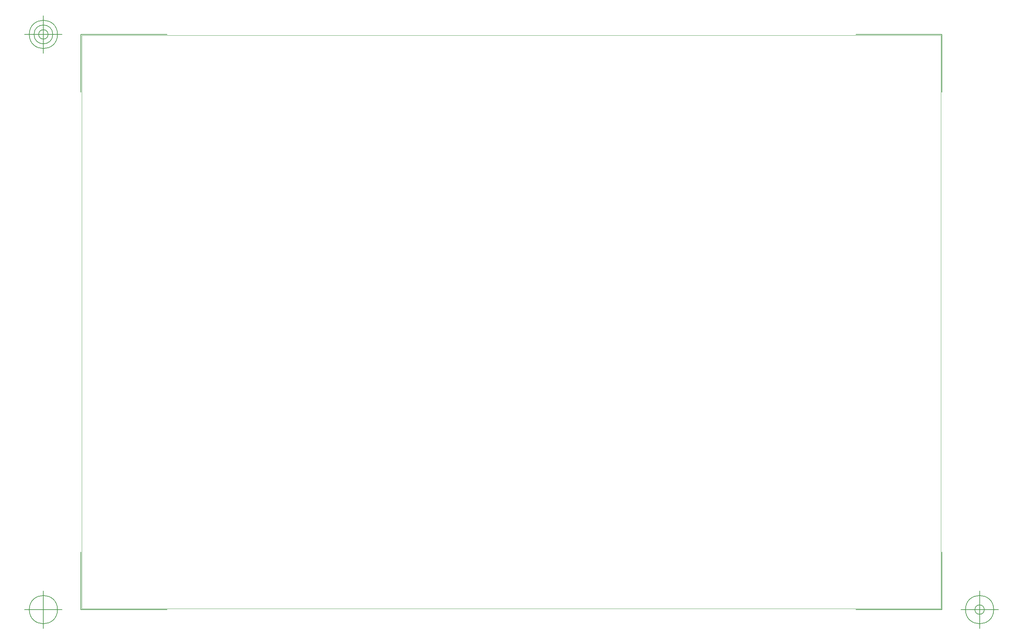
<source format=gbr>
G04 Generated by Ultiboard 14.3 *
%FSLAX35Y35*%
%MOMM*%

%ADD10C,0.00001*%
%ADD11C,0.00127*%
%ADD12C,0.12700*%


G04 ColorRGB 00FFFF for the following layer *
%LNBoard Outline*%
%LPD*%
G54D10*
G54D11*
X0Y0D02*
X22860000Y0D01*
X22860000Y15240000D01*
X0Y15240000D01*
X0Y0D01*
X0Y0D02*
X22860000Y0D01*
X22860000Y15240000D01*
X0Y15240000D01*
X0Y0D01*
G54D12*
X-25400Y-25400D02*
X-25400Y1503680D01*
X-25400Y-25400D02*
X2265680Y-25400D01*
X22885400Y-25400D02*
X20594320Y-25400D01*
X22885400Y-25400D02*
X22885400Y1503680D01*
X22885400Y15265400D02*
X22885400Y13736320D01*
X22885400Y15265400D02*
X20594320Y15265400D01*
X-25400Y15265400D02*
X2265680Y15265400D01*
X-25400Y15265400D02*
X-25400Y13736320D01*
X-525400Y-25400D02*
X-1525400Y-25400D01*
X-1025400Y-525400D02*
X-1025400Y474600D01*
X-1400400Y-25400D02*
G75*
D01*
G02X-1400400Y-25400I375000J0*
G01*
X23385400Y-25400D02*
X24385400Y-25400D01*
X23885400Y-525400D02*
X23885400Y474600D01*
X23510400Y-25400D02*
G75*
D01*
G02X23510400Y-25400I375000J0*
G01*
X23760400Y-25400D02*
G75*
D01*
G02X23760400Y-25400I125000J0*
G01*
X-525400Y15265400D02*
X-1525400Y15265400D01*
X-1025400Y14765400D02*
X-1025400Y15765400D01*
X-1400400Y15265400D02*
G75*
D01*
G02X-1400400Y15265400I375000J0*
G01*
X-1275400Y15265400D02*
G75*
D01*
G02X-1275400Y15265400I250000J0*
G01*
X-1150400Y15265400D02*
G75*
D01*
G02X-1150400Y15265400I125000J0*
G01*
X-25400Y-25400D02*
X-25400Y1503680D01*
X-25400Y-25400D02*
X2265680Y-25400D01*
X22885400Y-25400D02*
X20594320Y-25400D01*
X22885400Y-25400D02*
X22885400Y1503680D01*
X22885400Y15265400D02*
X22885400Y13736320D01*
X22885400Y15265400D02*
X20594320Y15265400D01*
X-25400Y15265400D02*
X2265680Y15265400D01*
X-25400Y15265400D02*
X-25400Y13736320D01*
X-525400Y-25400D02*
X-1525400Y-25400D01*
X-1025400Y-525400D02*
X-1025400Y474600D01*
X-1400400Y-25400D02*
G75*
D01*
G02X-1400400Y-25400I375000J0*
G01*
X23385400Y-25400D02*
X24385400Y-25400D01*
X23885400Y-525400D02*
X23885400Y474600D01*
X23510400Y-25400D02*
G75*
D01*
G02X23510400Y-25400I375000J0*
G01*
X23760400Y-25400D02*
G75*
D01*
G02X23760400Y-25400I125000J0*
G01*
X-525400Y15265400D02*
X-1525400Y15265400D01*
X-1025400Y14765400D02*
X-1025400Y15765400D01*
X-1400400Y15265400D02*
G75*
D01*
G02X-1400400Y15265400I375000J0*
G01*
X-1275400Y15265400D02*
G75*
D01*
G02X-1275400Y15265400I250000J0*
G01*
X-1150400Y15265400D02*
G75*
D01*
G02X-1150400Y15265400I125000J0*
G01*

M02*

</source>
